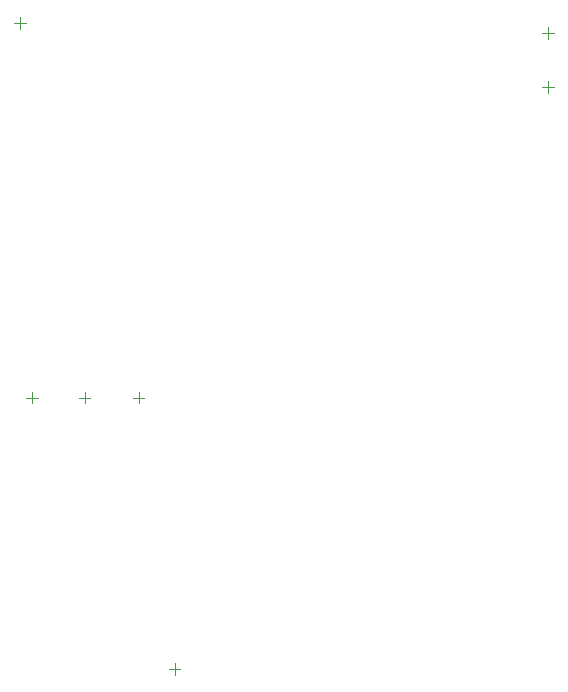
<source format=gbr>
%TF.GenerationSoftware,Altium Limited,Altium Designer,23.5.1 (21)*%
G04 Layer_Color=0*
%FSLAX45Y45*%
%MOMM*%
%TF.SameCoordinates,7ECB1A03-3DEC-426C-BD6E-5A7E68E82EE6*%
%TF.FilePolarity,Positive*%
%TF.FileFunction,Other,Top_Component_Center*%
%TF.Part,Single*%
G01*
G75*
%TA.AperFunction,NonConductor*%
%ADD59C,0.10000*%
D59*
X2032800Y2021300D02*
X2132800D01*
X2082800Y1971300D02*
Y2071300D01*
X5245100Y7354100D02*
Y7454100D01*
X5195100Y7404100D02*
X5295100D01*
X5245100Y6896900D02*
Y6996900D01*
X5195100Y6946900D02*
X5295100D01*
X1728000Y4320000D02*
X1828000D01*
X1778000Y4270000D02*
Y4370000D01*
X1270800Y4320000D02*
X1370800D01*
X1320800Y4270000D02*
Y4370000D01*
X826300Y4320000D02*
X926300D01*
X876300Y4270000D02*
Y4370000D01*
X774700Y7443000D02*
Y7543000D01*
X724700Y7493000D02*
X824700D01*
%TF.MD5,03f4f5a8a994859ed150cb40643a3192*%
M02*

</source>
